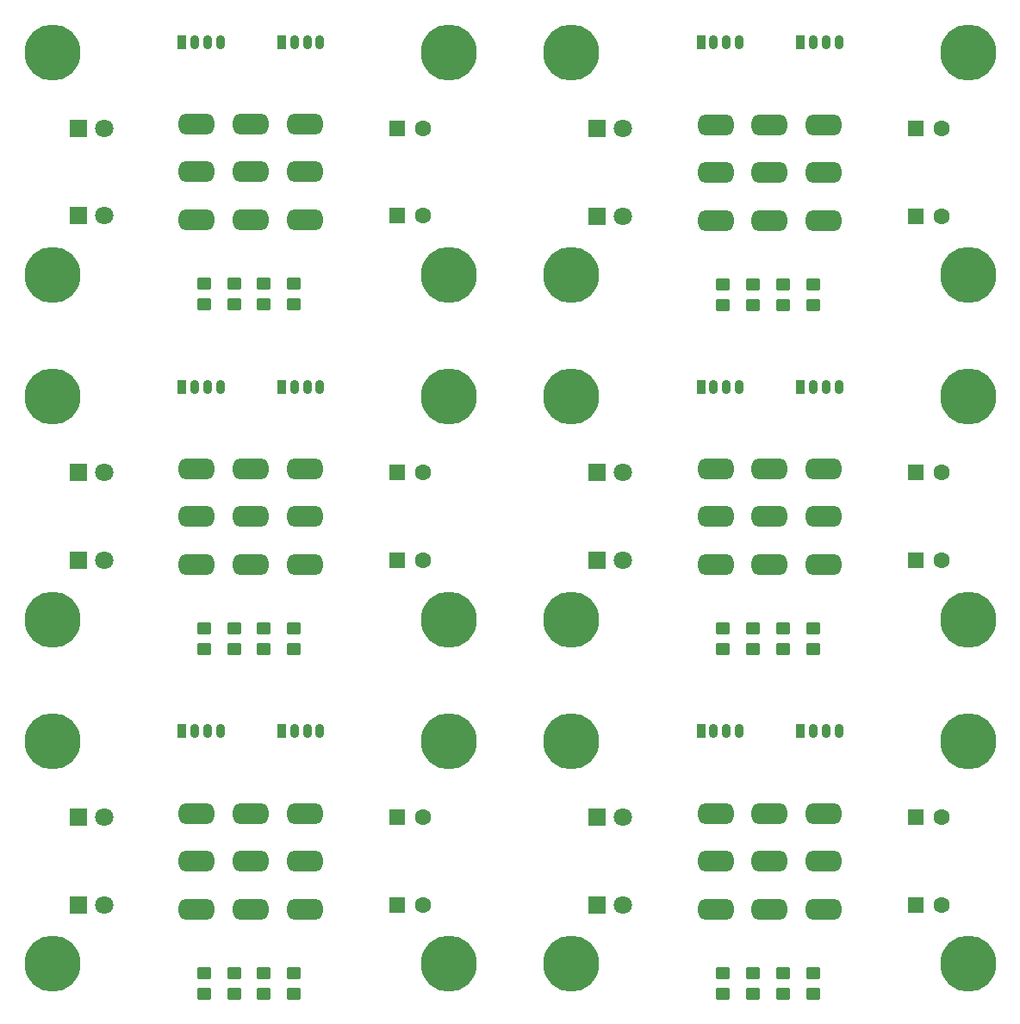
<source format=gbr>
%TF.GenerationSoftware,KiCad,Pcbnew,8.0.3*%
%TF.CreationDate,2025-01-13T20:47:07+02:00*%
%TF.ProjectId,TMF,544d462e-6b69-4636-9164-5f7063625858,rev?*%
%TF.SameCoordinates,Original*%
%TF.FileFunction,Soldermask,Top*%
%TF.FilePolarity,Negative*%
%FSLAX46Y46*%
G04 Gerber Fmt 4.6, Leading zero omitted, Abs format (unit mm)*
G04 Created by KiCad (PCBNEW 8.0.3) date 2025-01-13 20:47:07*
%MOMM*%
%LPD*%
G01*
G04 APERTURE LIST*
G04 Aperture macros list*
%AMRoundRect*
0 Rectangle with rounded corners*
0 $1 Rounding radius*
0 $2 $3 $4 $5 $6 $7 $8 $9 X,Y pos of 4 corners*
0 Add a 4 corners polygon primitive as box body*
4,1,4,$2,$3,$4,$5,$6,$7,$8,$9,$2,$3,0*
0 Add four circle primitives for the rounded corners*
1,1,$1+$1,$2,$3*
1,1,$1+$1,$4,$5*
1,1,$1+$1,$6,$7*
1,1,$1+$1,$8,$9*
0 Add four rect primitives between the rounded corners*
20,1,$1+$1,$2,$3,$4,$5,0*
20,1,$1+$1,$4,$5,$6,$7,0*
20,1,$1+$1,$6,$7,$8,$9,0*
20,1,$1+$1,$8,$9,$2,$3,0*%
G04 Aperture macros list end*
%ADD10RoundRect,0.250000X-0.450000X0.350000X-0.450000X-0.350000X0.450000X-0.350000X0.450000X0.350000X0*%
%ADD11C,5.500000*%
%ADD12R,1.600000X1.600000*%
%ADD13C,1.600000*%
%ADD14RoundRect,0.656168X-1.093832X-0.343832X1.093832X-0.343832X1.093832X0.343832X-1.093832X0.343832X0*%
%ADD15R,1.800000X1.800000*%
%ADD16C,1.800000*%
%ADD17RoundRect,0.225000X-0.225000X-0.475000X0.225000X-0.475000X0.225000X0.475000X-0.225000X0.475000X0*%
%ADD18O,0.900000X1.400000*%
G04 APERTURE END LIST*
D10*
%TO.C,R4*%
X130900000Y-59205055D03*
X130900000Y-61205055D03*
%TD*%
%TO.C,R4*%
X181900000Y-59255055D03*
X181900000Y-61255055D03*
%TD*%
D11*
%TO.C,*%
X167000000Y-126005055D03*
%TD*%
D10*
%TO.C,R1*%
X190750000Y-59255055D03*
X190750000Y-61255055D03*
%TD*%
D11*
%TO.C,REF\u002A\u002A*%
X206000000Y-70305100D03*
%TD*%
%TO.C,*%
X167000000Y-104155050D03*
%TD*%
D12*
%TO.C,C2*%
X200894888Y-86355055D03*
D13*
X203394888Y-86355055D03*
%TD*%
D14*
%TO.C,FTSW1*%
X130200000Y-48205055D03*
X130200000Y-43505055D03*
X130200000Y-52905055D03*
X135500000Y-48205055D03*
X135500000Y-43505055D03*
X135500000Y-52905055D03*
X140800000Y-48205055D03*
X140800000Y-43505055D03*
X140800000Y-52905055D03*
%TD*%
D10*
%TO.C,R2*%
X136800000Y-93055055D03*
X136800000Y-95055055D03*
%TD*%
D15*
%TO.C,D1*%
X118525000Y-86355055D03*
D16*
X121065000Y-86355055D03*
%TD*%
D12*
%TO.C,C1*%
X149900000Y-43905055D03*
D13*
X152400000Y-43905055D03*
%TD*%
D11*
%TO.C,*%
X116000000Y-70305050D03*
%TD*%
D12*
%TO.C,C1*%
X149900000Y-111600000D03*
D13*
X152400000Y-111600000D03*
%TD*%
D15*
%TO.C,D2*%
X118525000Y-77755055D03*
D16*
X121065000Y-77755055D03*
%TD*%
D11*
%TO.C,REF\u002A\u002A*%
X155000000Y-126000000D03*
%TD*%
D15*
%TO.C,D1*%
X118525000Y-52505055D03*
D16*
X121065000Y-52505055D03*
%TD*%
D11*
%TO.C,*%
X116000000Y-92155055D03*
%TD*%
D15*
%TO.C,D1*%
X118525000Y-120200000D03*
D16*
X121065000Y-120200000D03*
%TD*%
D14*
%TO.C,FTSW1*%
X181200000Y-115905055D03*
X181200000Y-111205055D03*
X181200000Y-120605055D03*
X186500000Y-115905055D03*
X186500000Y-111205055D03*
X186500000Y-120605055D03*
X191800000Y-115905055D03*
X191800000Y-111205055D03*
X191800000Y-120605055D03*
%TD*%
D10*
%TO.C,R1*%
X190750000Y-93055055D03*
X190750000Y-95055055D03*
%TD*%
D17*
%TO.C,J2*%
X138550000Y-35455055D03*
D18*
X139800000Y-35455055D03*
X141050000Y-35455055D03*
X142300000Y-35455055D03*
%TD*%
D11*
%TO.C,*%
X116000000Y-126000000D03*
%TD*%
%TO.C,*%
X116000000Y-36455050D03*
%TD*%
D10*
%TO.C,R1*%
X139750000Y-126900000D03*
X139750000Y-128900000D03*
%TD*%
D11*
%TO.C,REF\u002A\u002A*%
X206000000Y-104155100D03*
%TD*%
%TO.C,REF\u002A\u002A*%
X155000000Y-58305055D03*
%TD*%
D17*
%TO.C,J1*%
X179750000Y-35505055D03*
D18*
X181000000Y-35505055D03*
X182250000Y-35505055D03*
X183500000Y-35505055D03*
%TD*%
D17*
%TO.C,J1*%
X128750000Y-35455055D03*
D18*
X130000000Y-35455055D03*
X131250000Y-35455055D03*
X132500000Y-35455055D03*
%TD*%
D15*
%TO.C,D1*%
X169525000Y-120205055D03*
D16*
X172065000Y-120205055D03*
%TD*%
D17*
%TO.C,J1*%
X179750000Y-103155055D03*
D18*
X181000000Y-103155055D03*
X182250000Y-103155055D03*
X183500000Y-103155055D03*
%TD*%
D10*
%TO.C,R2*%
X187800000Y-93055055D03*
X187800000Y-95055055D03*
%TD*%
D15*
%TO.C,D2*%
X118525000Y-43905055D03*
D16*
X121065000Y-43905055D03*
%TD*%
D14*
%TO.C,FTSW1*%
X130200000Y-115900000D03*
X130200000Y-111200000D03*
X130200000Y-120600000D03*
X135500000Y-115900000D03*
X135500000Y-111200000D03*
X135500000Y-120600000D03*
X140800000Y-115900000D03*
X140800000Y-111200000D03*
X140800000Y-120600000D03*
%TD*%
D12*
%TO.C,C1*%
X149900000Y-77755055D03*
D13*
X152400000Y-77755055D03*
%TD*%
D10*
%TO.C,R2*%
X136800000Y-59205055D03*
X136800000Y-61205055D03*
%TD*%
%TO.C,R4*%
X181900000Y-126905055D03*
X181900000Y-128905055D03*
%TD*%
D11*
%TO.C,*%
X167000000Y-58355055D03*
%TD*%
%TO.C,REF\u002A\u002A*%
X206000000Y-92155055D03*
%TD*%
D14*
%TO.C,FTSW1*%
X181200000Y-48255055D03*
X181200000Y-43555055D03*
X181200000Y-52955055D03*
X186500000Y-48255055D03*
X186500000Y-43555055D03*
X186500000Y-52955055D03*
X191800000Y-48255055D03*
X191800000Y-43555055D03*
X191800000Y-52955055D03*
%TD*%
D10*
%TO.C,R3*%
X184850000Y-93055055D03*
X184850000Y-95055055D03*
%TD*%
D12*
%TO.C,C1*%
X200900000Y-111605055D03*
D13*
X203400000Y-111605055D03*
%TD*%
D10*
%TO.C,R4*%
X130900000Y-93055055D03*
X130900000Y-95055055D03*
%TD*%
D11*
%TO.C,*%
X167000000Y-70305050D03*
%TD*%
%TO.C,*%
X167000000Y-36505050D03*
%TD*%
D10*
%TO.C,R2*%
X187800000Y-126905055D03*
X187800000Y-128905055D03*
%TD*%
D17*
%TO.C,J2*%
X189550000Y-35505055D03*
D18*
X190800000Y-35505055D03*
X192050000Y-35505055D03*
X193300000Y-35505055D03*
%TD*%
D12*
%TO.C,C1*%
X200900000Y-43955055D03*
D13*
X203400000Y-43955055D03*
%TD*%
D11*
%TO.C,REF\u002A\u002A*%
X206000000Y-58355055D03*
%TD*%
D10*
%TO.C,R2*%
X136800000Y-126900000D03*
X136800000Y-128900000D03*
%TD*%
%TO.C,R1*%
X139750000Y-93055055D03*
X139750000Y-95055055D03*
%TD*%
D15*
%TO.C,D2*%
X169525000Y-111605055D03*
D16*
X172065000Y-111605055D03*
%TD*%
D17*
%TO.C,J2*%
X138550000Y-69305055D03*
D18*
X139800000Y-69305055D03*
X141050000Y-69305055D03*
X142300000Y-69305055D03*
%TD*%
D10*
%TO.C,R3*%
X133850000Y-93055055D03*
X133850000Y-95055055D03*
%TD*%
D11*
%TO.C,*%
X167000000Y-92155055D03*
%TD*%
D15*
%TO.C,D1*%
X169525000Y-86355055D03*
D16*
X172065000Y-86355055D03*
%TD*%
D15*
%TO.C,D1*%
X169525000Y-52555055D03*
D16*
X172065000Y-52555055D03*
%TD*%
D11*
%TO.C,*%
X116000000Y-58305055D03*
%TD*%
D14*
%TO.C,FTSW1*%
X181200000Y-82055055D03*
X181200000Y-77355055D03*
X181200000Y-86755055D03*
X186500000Y-82055055D03*
X186500000Y-77355055D03*
X186500000Y-86755055D03*
X191800000Y-82055055D03*
X191800000Y-77355055D03*
X191800000Y-86755055D03*
%TD*%
D15*
%TO.C,D2*%
X118525000Y-111600000D03*
D16*
X121065000Y-111600000D03*
%TD*%
D10*
%TO.C,R3*%
X184850000Y-126905055D03*
X184850000Y-128905055D03*
%TD*%
D17*
%TO.C,J1*%
X128750000Y-69305055D03*
D18*
X130000000Y-69305055D03*
X131250000Y-69305055D03*
X132500000Y-69305055D03*
%TD*%
D12*
%TO.C,C1*%
X200900000Y-77755055D03*
D13*
X203400000Y-77755055D03*
%TD*%
D10*
%TO.C,R3*%
X133850000Y-126900000D03*
X133850000Y-128900000D03*
%TD*%
%TO.C,R3*%
X133850000Y-59205055D03*
X133850000Y-61205055D03*
%TD*%
D12*
%TO.C,C2*%
X149894888Y-120200000D03*
D13*
X152394888Y-120200000D03*
%TD*%
D15*
%TO.C,D2*%
X169525000Y-77755055D03*
D16*
X172065000Y-77755055D03*
%TD*%
D11*
%TO.C,REF\u002A\u002A*%
X206000000Y-36505100D03*
%TD*%
D10*
%TO.C,R2*%
X187800000Y-59255055D03*
X187800000Y-61255055D03*
%TD*%
D11*
%TO.C,REF\u002A\u002A*%
X155000000Y-36455100D03*
%TD*%
%TO.C,REF\u002A\u002A*%
X206000000Y-126005055D03*
%TD*%
D17*
%TO.C,J2*%
X138550000Y-103150000D03*
D18*
X139800000Y-103150000D03*
X141050000Y-103150000D03*
X142300000Y-103150000D03*
%TD*%
D11*
%TO.C,REF\u002A\u002A*%
X155000000Y-104150045D03*
%TD*%
D10*
%TO.C,R4*%
X130900000Y-126900000D03*
X130900000Y-128900000D03*
%TD*%
%TO.C,R1*%
X139750000Y-59205055D03*
X139750000Y-61205055D03*
%TD*%
D12*
%TO.C,C2*%
X149894888Y-52505055D03*
D13*
X152394888Y-52505055D03*
%TD*%
D14*
%TO.C,FTSW1*%
X130200000Y-82055055D03*
X130200000Y-77355055D03*
X130200000Y-86755055D03*
X135500000Y-82055055D03*
X135500000Y-77355055D03*
X135500000Y-86755055D03*
X140800000Y-82055055D03*
X140800000Y-77355055D03*
X140800000Y-86755055D03*
%TD*%
D12*
%TO.C,C2*%
X149894888Y-86355055D03*
D13*
X152394888Y-86355055D03*
%TD*%
D12*
%TO.C,C2*%
X200894888Y-120205055D03*
D13*
X203394888Y-120205055D03*
%TD*%
D12*
%TO.C,C2*%
X200894888Y-52555055D03*
D13*
X203394888Y-52555055D03*
%TD*%
D17*
%TO.C,J2*%
X189550000Y-103155055D03*
D18*
X190800000Y-103155055D03*
X192050000Y-103155055D03*
X193300000Y-103155055D03*
%TD*%
D15*
%TO.C,D2*%
X169525000Y-43955055D03*
D16*
X172065000Y-43955055D03*
%TD*%
D17*
%TO.C,J2*%
X189550000Y-69305055D03*
D18*
X190800000Y-69305055D03*
X192050000Y-69305055D03*
X193300000Y-69305055D03*
%TD*%
D10*
%TO.C,R1*%
X190750000Y-126905055D03*
X190750000Y-128905055D03*
%TD*%
D11*
%TO.C,*%
X116000000Y-104149995D03*
%TD*%
D17*
%TO.C,J1*%
X179750000Y-69305055D03*
D18*
X181000000Y-69305055D03*
X182250000Y-69305055D03*
X183500000Y-69305055D03*
%TD*%
D10*
%TO.C,R3*%
X184850000Y-59255055D03*
X184850000Y-61255055D03*
%TD*%
D17*
%TO.C,J1*%
X128750000Y-103150000D03*
D18*
X130000000Y-103150000D03*
X131250000Y-103150000D03*
X132500000Y-103150000D03*
%TD*%
D10*
%TO.C,R4*%
X181900000Y-93055055D03*
X181900000Y-95055055D03*
%TD*%
D11*
%TO.C,REF\u002A\u002A*%
X155000000Y-92155055D03*
%TD*%
%TO.C,REF\u002A\u002A*%
X155000000Y-70305100D03*
%TD*%
M02*

</source>
